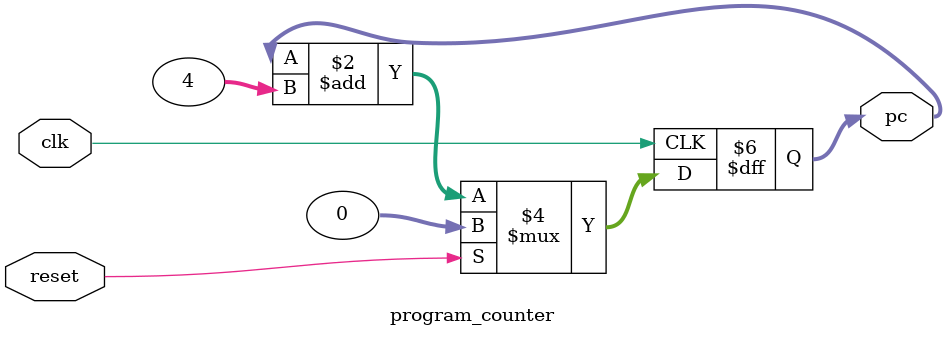
<source format=v>
/*
    Program Counter
    - Register that holds the memory address for the next instruction
    - Inputs and Outputs
        - Clock: 0->1 changes the pc counter to the next instruction
        - Reset: Resets program counter to zero
        - PC : The address of the next instruction
*/
module program_counter(
    input clk,
    input reset,
    output [31:0] pc
);
    always @(posedge clk) begin
        if (reset) begin
            pc <= 32'h0;
        end else begin
            pc <= pc + 4;
        end
    end
endmodule 
</source>
